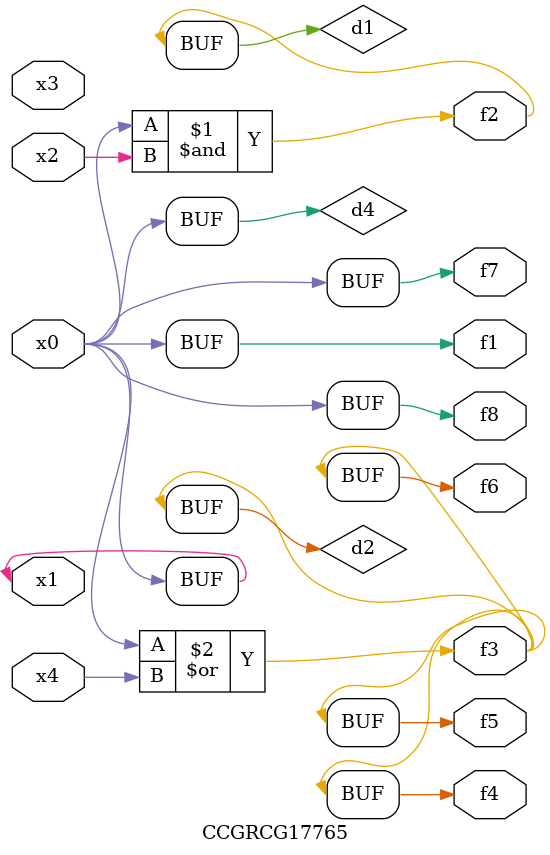
<source format=v>
module CCGRCG17765(
	input x0, x1, x2, x3, x4,
	output f1, f2, f3, f4, f5, f6, f7, f8
);

	wire d1, d2, d3, d4;

	and (d1, x0, x2);
	or (d2, x0, x4);
	nand (d3, x0, x2);
	buf (d4, x0, x1);
	assign f1 = d4;
	assign f2 = d1;
	assign f3 = d2;
	assign f4 = d2;
	assign f5 = d2;
	assign f6 = d2;
	assign f7 = d4;
	assign f8 = d4;
endmodule

</source>
